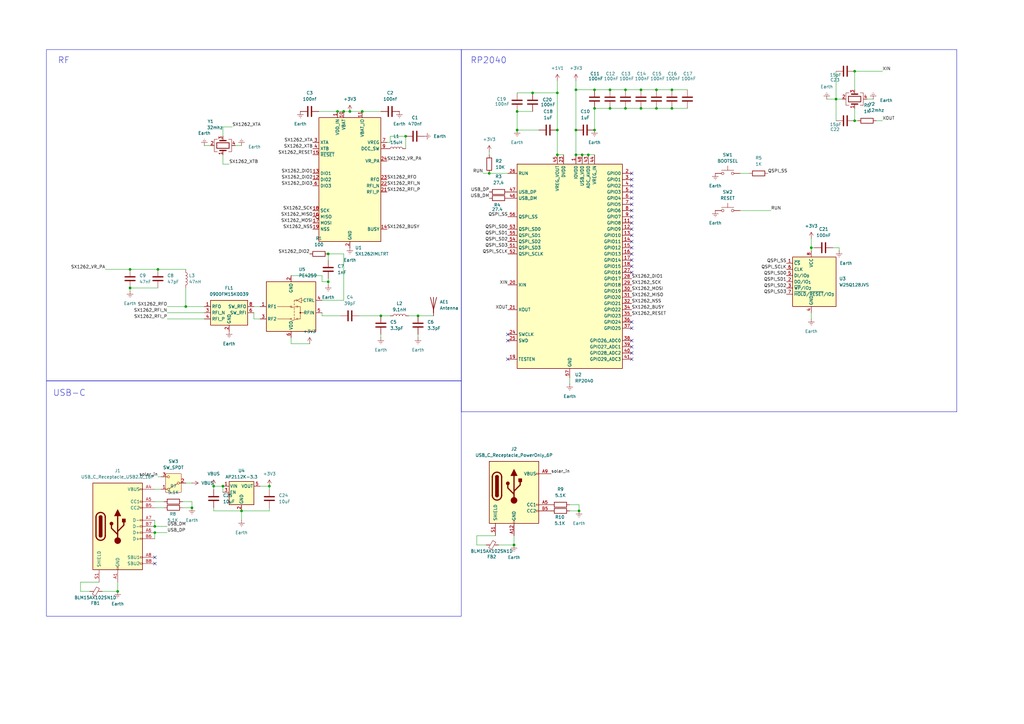
<source format=kicad_sch>
(kicad_sch (version 20250114) (generator "eeschema") (generator_version "9.0")
  (paper "A3")
  (lib_symbols
    (symbol "Connector:USB_C_Receptacle_PowerOnly_6P" (pin_names (offset 1.016))
      (property "Reference" "J" (at 0 16.51 0))
      (property "Value" "USB_C_Receptacle_PowerOnly_6P" (at 0 13.97 0))
      (symbol "USB_C_Receptacle_PowerOnly_6P_1_1"
        (pin passive line (at -7.62 -17.78 90) (length 5.08) (name "SHIELD") (number "S1"))
        (pin passive line (at 0 -17.78 90) (length 5.08) (name "GND") (number "A12"))
        (pin passive line (at 0 -17.78 90) (length 5.08) (hide yes) (name "GND") (number "B12"))
        (pin passive line (at 15.24 7.62 180) (length 5.08) (name "VBUS") (number "A9"))
        (pin passive line (at 15.24 7.62 180) (length 5.08) (hide yes) (name "VBUS") (number "B9"))
        (pin bidirectional line (at 15.24 -5.08 180) (length 5.08) (name "CC1") (number "A5"))
        (pin bidirectional line (at 15.24 -7.62 180) (length 5.08) (name "CC2") (number "B5"))
      )
    )
    (symbol "Connector:USB_C_Receptacle_USB2.0_16P" (pin_names (offset 1.016))
      (property "Reference" "J" (at 0 22.225 0))
      (property "Value" "USB_C_Receptacle_USB2.0_16P" (at 0 19.685 0))
      (symbol "USB_C_Receptacle_USB2.0_16P_1_1"
        (pin passive line (at -7.62 -22.86 90) (length 5.08) (name "SHIELD") (number "S1"))
        (pin passive line (at 0 -22.86 90) (length 5.08) (name "GND") (number "A1"))
        (pin passive line (at 0 -22.86 90) (length 5.08) (hide yes) (name "GND") (number "A12"))
        (pin passive line (at 0 -22.86 90) (length 5.08) (hide yes) (name "GND") (number "B1"))
        (pin passive line (at 0 -22.86 90) (length 5.08) (hide yes) (name "GND") (number "B12"))
        (pin passive line (at 15.24 15.24 180) (length 5.08) (name "VBUS") (number "A4"))
        (pin passive line (at 15.24 15.24 180) (length 5.08) (hide yes) (name "VBUS") (number "A9"))
        (pin passive line (at 15.24 15.24 180) (length 5.08) (hide yes) (name "VBUS") (number "B4"))
        (pin passive line (at 15.24 15.24 180) (length 5.08) (hide yes) (name "VBUS") (number "B9"))
        (pin bidirectional line (at 15.24 10.16 180) (length 5.08) (name "CC1") (number "A5"))
        (pin bidirectional line (at 15.24 7.62 180) (length 5.08) (name "CC2") (number "B5"))
        (pin bidirectional line (at 15.24 2.54 180) (length 5.08) (name "D-") (number "A7"))
        (pin bidirectional line (at 15.24 0 180) (length 5.08) (name "D-") (number "B7"))
        (pin bidirectional line (at 15.24 -2.54 180) (length 5.08) (name "D+") (number "A6"))
        (pin bidirectional line (at 15.24 -5.08 180) (length 5.08) (name "D+") (number "B6"))
        (pin bidirectional line (at 15.24 -12.7 180) (length 5.08) (name "SBU1") (number "A8"))
        (pin bidirectional line (at 15.24 -15.24 180) (length 5.08) (name "SBU2") (number "B8"))
      )
    )
    (symbol "Device:Antenna" (pin_numbers (hide yes)) (pin_names (offset 1.016) (hide yes))
      (property "Reference" "AE" (at -1.905 1.905 0))
      (property "Value" "Antenna" (at -1.905 0 0))
      (symbol "Antenna_1_1"
        (pin input line (at 0 -5.08 90) (length 2.54) (name "A") (number "1"))
      )
    )
    (symbol "Device:C" (pin_numbers (hide yes)) (pin_names (offset 0.254))
      (property "Reference" "C" (at 0.635 2.54 0))
      (property "Value" "C" (at 0.635 -2.54 0))
      (symbol "C_1_1"
        (pin passive line (at 0 3.81 270) (length 2.794) (name "~") (number "1"))
        (pin passive line (at 0 -3.81 90) (length 2.794) (name "~") (number "2"))
      )
    )
    (symbol "Device:Crystal_GND24" (pin_names (offset 1.016) (hide yes))
      (property "Reference" "Y" (at 3.175 5.08 0))
      (property "Value" "Crystal_GND24" (at 3.175 3.175 0))
      (symbol "Crystal_GND24_1_1"
        (pin passive line (at -3.81 0 0) (length 1.27) (name "1") (number "1"))
        (pin passive line (at 0 5.08 270) (length 1.27) (name "2") (number "2"))
        (pin passive line (at 0 -5.08 90) (length 1.27) (name "4") (number "4"))
        (pin passive line (at 3.81 0 180) (length 1.27) (name "3") (number "3"))
      )
    )
    (symbol "Device:FerriteBead_Small" (pin_numbers (hide yes)) (pin_names (offset 0))
      (property "Reference" "FB" (at 1.905 1.27 0))
      (property "Value" "FerriteBead_Small" (at 1.905 -1.27 0))
      (symbol "FerriteBead_Small_1_1"
        (pin passive line (at 0 2.54 270) (length 1.27) (name "~") (number "1"))
        (pin passive line (at 0 -2.54 90) (length 1.27) (name "~") (number "2"))
      )
    )
    (symbol "Device:L" (pin_numbers (hide yes)) (pin_names (offset 1.016) (hide yes))
      (property "Reference" "L" (at -1.27 0 90))
      (property "Value" "L" (at 1.905 0 90))
      (symbol "L_1_1"
        (pin passive line (at 0 3.81 270) (length 1.27) (name "1") (number "1"))
        (pin passive line (at 0 -3.81 90) (length 1.27) (name "2") (number "2"))
      )
    )
    (symbol "Device:R" (pin_numbers (hide yes)) (pin_names (offset 0))
      (property "Reference" "R" (at 2.032 0 90))
      (property "Value" "R" (at 0 0 90))
      (symbol "R_1_1"
        (pin passive line (at 0 3.81 270) (length 1.27) (name "~") (number "1"))
        (pin passive line (at 0 -3.81 90) (length 1.27) (name "~") (number "2"))
      )
    )
    (symbol "Filter:0900FM15K0039"
      (property "Reference" "FL" (at -6.35 -6.35 0))
      (property "Value" "0900FM15K0039" (at 0 6.35 0))
      (symbol "0900FM15K0039_0_0"
        (pin passive line (at -10.16 2.54 0) (length 2.54) (name "RFO") (number "1"))
        (pin passive line (at -10.16 0 0) (length 2.54) (name "RFI_N") (number "3"))
        (pin passive line (at -10.16 -2.54 0) (length 2.54) (name "RFI_P") (number "4"))
        (pin passive line (at 0 -7.62 90) (length 2.54) (hide yes) (name "GND") (number "10"))
        (pin power_in line (at 0 -7.62 90) (length 2.54) (name "GND") (number "2"))
        (pin passive line (at 0 -7.62 90) (length 2.54) (hide yes) (name "GND") (number "5"))
        (pin passive line (at 0 -7.62 90) (length 2.54) (hide yes) (name "GND") (number "7"))
        (pin passive line (at 0 -7.62 90) (length 2.54) (hide yes) (name "GND") (number "9"))
        (pin passive line (at 10.16 2.54 180) (length 2.54) (name "SW_RFO") (number "8"))
        (pin passive line (at 10.16 0 180) (length 2.54) (name "SW_RFI") (number "6"))
      )
    )
    (symbol "MCU_RaspberryPi:RP2040"
      (property "Reference" "U" (at 17.78 45.72 0))
      (property "Value" "RP2040" (at 17.78 43.18 0))
      (symbol "RP2040_1_1"
        (pin input line (at -25.4 38.1 0) (length 3.81) (name "RUN") (number "26"))
        (pin bidirectional line (at -25.4 30.48 0) (length 3.81) (name "USB_DP") (number "47"))
        (pin bidirectional line (at -25.4 27.94 0) (length 3.81) (name "USB_DM") (number "46"))
        (pin bidirectional line (at -25.4 20.32 0) (length 3.81) (name "QSPI_SS") (number "56"))
        (pin bidirectional line (at -25.4 15.24 0) (length 3.81) (name "QSPI_SD0") (number "53"))
        (pin bidirectional line (at -25.4 12.7 0) (length 3.81) (name "QSPI_SD1") (number "55"))
        (pin bidirectional line (at -25.4 10.16 0) (length 3.81) (name "QSPI_SD2") (number "54"))
        (pin bidirectional line (at -25.4 7.62 0) (length 3.81) (name "QSPI_SD3") (number "51"))
        (pin output line (at -25.4 5.08 0) (length 3.81) (name "QSPI_SCLK") (number "52"))
        (pin input line (at -25.4 -7.62 0) (length 3.81) (name "XIN") (number "20"))
        (pin passive line (at -25.4 -17.78 0) (length 3.81) (name "XOUT") (number "21"))
        (pin input line (at -25.4 -27.94 0) (length 3.81) (name "SWCLK") (number "24"))
        (pin bidirectional line (at -25.4 -30.48 0) (length 3.81) (name "SWD") (number "25"))
        (pin input line (at -25.4 -38.1 0) (length 3.81) (name "TESTEN") (number "19"))
        (pin power_out line (at -5.08 45.72 270) (length 3.81) (name "VREG_VOUT") (number "45"))
        (pin power_in line (at -2.54 45.72 270) (length 3.81) (name "DVDD") (number "23"))
        (pin passive line (at -2.54 45.72 270) (length 3.81) (hide yes) (name "DVDD") (number "50"))
        (pin power_in line (at 0 -45.72 90) (length 3.81) (name "GND") (number "57"))
        (pin power_in line (at 2.54 45.72 270) (length 3.81) (name "IOVDD") (number "1"))
        (pin passive line (at 2.54 45.72 270) (length 3.81) (hide yes) (name "IOVDD") (number "10"))
        (pin passive line (at 2.54 45.72 270) (length 3.81) (hide yes) (name "IOVDD") (number "22"))
        (pin passive line (at 2.54 45.72 270) (length 3.81) (hide yes) (name "IOVDD") (number "33"))
        (pin passive line (at 2.54 45.72 270) (length 3.81) (hide yes) (name "IOVDD") (number "42"))
        (pin passive line (at 2.54 45.72 270) (length 3.81) (hide yes) (name "IOVDD") (number "49"))
        (pin power_in line (at 5.08 45.72 270) (length 3.81) (name "USB_VDD") (number "48"))
        (pin power_in line (at 7.62 45.72 270) (length 3.81) (name "ADC_AVDD") (number "43"))
        (pin power_in line (at 10.16 45.72 270) (length 3.81) (name "VREG_IN") (number "44"))
        (pin bidirectional line (at 25.4 38.1 180) (length 3.81) (name "GPIO0") (number "2"))
        (pin bidirectional line (at 25.4 35.56 180) (length 3.81) (name "GPIO1") (number "3"))
        (pin bidirectional line (at 25.4 33.02 180) (length 3.81) (name "GPIO2") (number "4"))
        (pin bidirectional line (at 25.4 30.48 180) (length 3.81) (name "GPIO3") (number "5"))
        (pin bidirectional line (at 25.4 27.94 180) (length 3.81) (name "GPIO4") (number "6"))
        (pin bidirectional line (at 25.4 25.4 180) (length 3.81) (name "GPIO5") (number "7"))
        (pin bidirectional line (at 25.4 22.86 180) (length 3.81) (name "GPIO6") (number "8"))
        (pin bidirectional line (at 25.4 20.32 180) (length 3.81) (name "GPIO7") (number "9"))
        (pin bidirectional line (at 25.4 17.78 180) (length 3.81) (name "GPIO8") (number "11"))
        (pin bidirectional line (at 25.4 15.24 180) (length 3.81) (name "GPIO9") (number "12"))
        (pin bidirectional line (at 25.4 12.7 180) (length 3.81) (name "GPIO10") (number "13"))
        (pin bidirectional line (at 25.4 10.16 180) (length 3.81) (name "GPIO11") (number "14"))
        (pin bidirectional line (at 25.4 7.62 180) (length 3.81) (name "GPIO12") (number "15"))
        (pin bidirectional line (at 25.4 5.08 180) (length 3.81) (name "GPIO13") (number "16"))
        (pin bidirectional line (at 25.4 2.54 180) (length 3.81) (name "GPIO14") (number "17"))
        (pin bidirectional line (at 25.4 0 180) (length 3.81) (name "GPIO15") (number "18"))
        (pin bidirectional line (at 25.4 -2.54 180) (length 3.81) (name "GPIO16") (number "27"))
        (pin bidirectional line (at 25.4 -5.08 180) (length 3.81) (name "GPIO17") (number "28"))
        (pin bidirectional line (at 25.4 -7.62 180) (length 3.81) (name "GPIO18") (number "29"))
        (pin bidirectional line (at 25.4 -10.16 180) (length 3.81) (name "GPIO19") (number "30"))
        (pin bidirectional line (at 25.4 -12.7 180) (length 3.81) (name "GPIO20") (number "31"))
        (pin bidirectional line (at 25.4 -15.24 180) (length 3.81) (name "GPIO21") (number "32"))
        (pin bidirectional line (at 25.4 -17.78 180) (length 3.81) (name "GPIO22") (number "34"))
        (pin bidirectional line (at 25.4 -20.32 180) (length 3.81) (name "GPIO23") (number "35"))
        (pin bidirectional line (at 25.4 -22.86 180) (length 3.81) (name "GPIO24") (number "36"))
        (pin bidirectional line (at 25.4 -25.4 180) (length 3.81) (name "GPIO25") (number "37"))
        (pin bidirectional line (at 25.4 -30.48 180) (length 3.81) (name "GPIO26_ADC0") (number "38"))
        (pin bidirectional line (at 25.4 -33.02 180) (length 3.81) (name "GPIO27_ADC1") (number "39"))
        (pin bidirectional line (at 25.4 -35.56 180) (length 3.81) (name "GPIO28_ADC2") (number "40"))
        (pin bidirectional line (at 25.4 -38.1 180) (length 3.81) (name "GPIO29_ADC3") (number "41"))
      )
    )
    (symbol "Memory_Flash:W25Q128JVS"
      (property "Reference" "U" (at -6.35 11.43 0))
      (property "Value" "W25Q128JVS" (at 7.62 11.43 0))
      (symbol "W25Q128JVS_1_1"
        (pin input line (at -10.16 7.62 0) (length 2.54) (name "~{CS}") (number "1"))
        (pin input line (at -10.16 5.08 0) (length 2.54) (name "CLK") (number "6"))
        (pin bidirectional line (at -10.16 2.54 0) (length 2.54) (name "DI/IO_{0}") (number "5"))
        (pin bidirectional line (at -10.16 0 0) (length 2.54) (name "DO/IO_{1}") (number "2"))
        (pin bidirectional line (at -10.16 -2.54 0) (length 2.54) (name "~{WP}/IO_{2}") (number "3"))
        (pin bidirectional line (at -10.16 -5.08 0) (length 2.54) (name "~{HOLD}/~{RESET}/IO_{3}") (number "7"))
        (pin power_in line (at 0 12.7 270) (length 2.54) (name "VCC") (number "8"))
        (pin power_in line (at 0 -12.7 90) (length 2.54) (name "GND") (number "4"))
      )
    )
    (symbol "RF:SX1262IMLTRT"
      (property "Reference" "U" (at 13.97 24.13 0))
      (property "Value" "SX1262IMLTRT" (at 13.97 21.59 0))
      (symbol "SX1262IMLTRT_1_1"
        (pin bidirectional line (at -15.24 15.24 0) (length 2.54) (name "XTA") (number "3"))
        (pin bidirectional line (at -15.24 12.7 0) (length 2.54) (name "XTB") (number "4"))
        (pin input line (at -15.24 10.16 0) (length 2.54) (name "~{RESET}") (number "15"))
        (pin bidirectional line (at -15.24 2.54 0) (length 2.54) (name "DIO1") (number "13"))
        (pin bidirectional line (at -15.24 0 0) (length 2.54) (name "DIO2") (number "12"))
        (pin bidirectional line (at -15.24 -2.54 0) (length 2.54) (name "DIO3") (number "6"))
        (pin input line (at -15.24 -12.7 0) (length 2.54) (name "SCK") (number "18"))
        (pin tri_state inverted (at -15.24 -15.24 0) (length 2.54) (name "MISO") (number "16"))
        (pin input line (at -15.24 -17.78 0) (length 2.54) (name "MOSI") (number "17"))
        (pin input line (at -15.24 -20.32 0) (length 2.54) (name "NSS") (number "19"))
        (pin power_in line (at -5.08 27.94 270) (length 2.54) (name "VDD_IN") (number "1"))
        (pin power_in line (at -2.54 27.94 270) (length 2.54) (name "VBAT") (number "10"))
        (pin power_in line (at 0 -27.94 90) (length 2.54) (name "GND") (number "2"))
        (pin passive line (at 0 -27.94 90) (length 2.54) (hide yes) (name "GND") (number "20"))
        (pin passive line (at 0 -27.94 90) (length 2.54) (hide yes) (name "GND") (number "25"))
        (pin passive line (at 0 -27.94 90) (length 2.54) (hide yes) (name "GND") (number "5"))
        (pin passive line (at 0 -27.94 90) (length 2.54) (hide yes) (name "GND") (number "8"))
        (pin power_in line (at 5.08 27.94 270) (length 2.54) (name "VBAT_IO") (number "11"))
        (pin power_out line (at 15.24 15.24 180) (length 2.54) (name "VREG") (number "7"))
        (pin power_out line (at 15.24 12.7 180) (length 2.54) (name "DCC_SW") (number "9"))
        (pin power_out line (at 15.24 7.62 180) (length 2.54) (name "VR_PA") (number "24"))
        (pin output line (at 15.24 0 180) (length 2.54) (name "RFO") (number "23"))
        (pin input line (at 15.24 -2.54 180) (length 2.54) (name "RFI_N") (number "22"))
        (pin input line (at 15.24 -5.08 180) (length 2.54) (name "RFI_P") (number "21"))
        (pin output line (at 15.24 -20.32 180) (length 2.54) (name "BUSY") (number "14"))
      )
    )
    (symbol "RF_Switch:BGS12WN6E6327"
      (property "Reference" "U5" (at -3.1181 -15.24 0))
      (property "Value" "BGS12WN6E6327" (at -3.1181 -12.7 0))
      (symbol "BGS12WN6E6327_1_1"
        (pin passive line (at -12.7 2.54 0) (length 2.54) (name "RFIN") (number "5"))
        (pin input line (at -12.7 -2.54 0) (length 2.54) (name "CTRL") (number "4"))
        (pin power_in line (at 0 12.7 270) (length 2.54) (name "VDD") (number "6"))
        (pin power_in line (at 0 -12.7 90) (length 2.54) (name "GND") (number "2"))
        (pin passive line (at 12.7 5.08 180) (length 2.54) (name "RF2") (number "3"))
        (pin passive line (at 12.7 0 180) (length 2.54) (name "RF1") (number "1"))
      )
    )
    (symbol "Regulator_Linear:AP2112K-3.3" (pin_names (offset 0.254))
      (property "Reference" "U" (at -5.08 5.715 0))
      (property "Value" "AP2112K-3.3" (at 0 5.715 0))
      (symbol "AP2112K-3.3_1_1"
        (pin power_in line (at -7.62 2.54 0) (length 2.54) (name "VIN") (number "1"))
        (pin input line (at -7.62 0 0) (length 2.54) (name "EN") (number "3"))
        (pin power_in line (at 0 -7.62 90) (length 2.54) (name "GND") (number "2"))
        (pin no_connect line (at 5.08 0 180) (length 2.54) (hide yes) (name "NC") (number "4"))
        (pin power_out line (at 7.62 2.54 180) (length 2.54) (name "VOUT") (number "5"))
      )
    )
    (symbol "Switch:SW_Push" (pin_numbers (hide yes)) (pin_names (offset 1.016) (hide yes))
      (property "Reference" "SW" (at 1.27 2.54 0))
      (property "Value" "SW_Push" (at 0 -1.524 0))
      (symbol "SW_Push_0_1"
        (pin passive line (at -5.08 0 0) (length 2.54) (name "1") (number "1"))
        (pin passive line (at 5.08 0 180) (length 2.54) (name "2") (number "2"))
      )
    )
    (symbol "Switch:SW_SPDT" (pin_names (offset 0) (hide yes))
      (property "Reference" "SW3" (at 0 -8.89 0))
      (property "Value" "SW_SPDT" (at 0 -6.35 0))
      (symbol "SW_SPDT_1_1"
        (pin passive line (at -5.08 0 0) (length 2.54) (name "B") (number "2"))
        (pin passive line (at 5.08 2.54 180) (length 2.54) (name "A") (number "1"))
        (pin passive line (at 5.08 -2.54 180) (length 2.54) (name "C") (number "3"))
      )
    )
    (symbol "power:+1V1" (power) (pin_numbers (hide yes)) (pin_names (offset 0) (hide yes))
      (property "Value" "+1V1" (at 0 3.556 0))
      (symbol "+1V1_1_1"
        (pin power_in line (at 0 0 90) (length 0) (name "~") (number "1"))
      )
    )
    (symbol "power:+3V3" (power) (pin_numbers (hide yes)) (pin_names (offset 0) (hide yes))
      (property "Value" "+3V3" (at 0 3.556 0))
      (symbol "+3V3_1_1"
        (pin power_in line (at 0 0 90) (length 0) (name "~") (number "1"))
      )
    )
    (symbol "power:Earth" (power) (pin_numbers (hide yes)) (pin_names (offset 0) (hide yes))
      (property "Value" "Earth" (at 0 -3.81 0))
      (symbol "Earth_1_1"
        (pin power_in line (at 0 0 270) (length 0) (name "~") (number "1"))
      )
    )
    (symbol "power:VBUS" (power) (pin_numbers (hide yes)) (pin_names (offset 0) (hide yes))
      (property "Value" "VBUS" (at 0 3.556 0))
      (symbol "VBUS_1_1"
        (pin power_in line (at 0 0 90) (length 0) (name "~") (number "1"))
      )
    )
  )
  (rectangle (start 19.05 20.32) (end 189.23 156.21))
  (rectangle (start 189.23 20.32) (end 392.43 168.91))
  (rectangle (start 19.05 156.21) (end 189.23 252.73))
  (text "USB-C\n" (at 28.448 161.29 0) (effects (font (size 2.54 2.54))))
  (text "RF\n\n" (at 26.162 26.924 0) (effects (font (size 2.54 2.54))))
  (text "RP2040\n" (at 200.406 24.892 0) (effects (font (size 2.54 2.54))))
  (junction (at 99.06 209.55))
  (junction (at 228.6 53.34))
  (junction (at 210.82 223.52))
  (junction (at 262.89 36.83))
  (junction (at 48.26 242.57))
  (junction (at 243.84 44.45))
  (junction (at 134.62 115.57))
  (junction (at 148.59 45.72))
  (junction (at 262.89 44.45))
  (junction (at 350.52 49.53))
  (junction (at 143.51 45.72))
  (junction (at 63.5 218.44))
  (junction (at 110.49 199.39))
  (junction (at 140.97 45.72))
  (junction (at 228.6 63.5))
  (junction (at 350.52 29.21))
  (junction (at 275.59 44.45))
  (junction (at 269.24 36.83))
  (junction (at 238.76 63.5))
  (junction (at 76.2 125.73))
  (junction (at 256.54 44.45))
  (junction (at 134.62 104.14))
  (junction (at 64.77 110.49))
  (junction (at 53.34 110.49))
  (junction (at 236.22 63.5))
  (junction (at 275.59 36.83))
  (junction (at 91.44 199.39))
  (junction (at 250.19 36.83))
  (junction (at 243.84 36.83))
  (junction (at 218.44 38.1))
  (junction (at 87.63 199.39))
  (junction (at 156.21 129.54))
  (junction (at 53.34 118.11))
  (junction (at 166.37 55.88))
  (junction (at 138.43 45.72))
  (junction (at 171.45 129.54))
  (junction (at 237.49 209.55))
  (junction (at 241.3 63.5))
  (junction (at 243.84 53.34))
  (junction (at 250.19 44.45))
  (junction (at 212.09 53.34))
  (junction (at 269.24 44.45))
  (junction (at 332.74 101.6))
  (junction (at 256.54 36.83))
  (junction (at 200.66 71.12))
  (junction (at 63.5 215.9))
  (junction (at 342.9 40.64))
  (junction (at 236.22 36.83))
  (junction (at 228.6 38.1))
  (junction (at 212.09 45.72))
  (junction (at 78.74 208.28))
  (junction (at 236.22 53.34))
  (no_connect (at 259.08 104.14))
  (no_connect (at 259.08 106.68))
  (no_connect (at 259.08 111.76))
  (no_connect (at 259.08 93.98))
  (no_connect (at 259.08 139.7))
  (no_connect (at 208.28 147.32))
  (no_connect (at 259.08 99.06))
  (no_connect (at 259.08 81.28))
  (no_connect (at 259.08 88.9))
  (no_connect (at 259.08 147.32))
  (no_connect (at 259.08 86.36))
  (no_connect (at 259.08 134.62))
  (no_connect (at 63.5 231.14))
  (no_connect (at 208.28 137.16))
  (no_connect (at 259.08 76.2))
  (no_connect (at 259.08 109.22))
  (no_connect (at 259.08 73.66))
  (no_connect (at 63.5 228.6))
  (no_connect (at 259.08 83.82))
  (no_connect (at 259.08 132.08))
  (no_connect (at 259.08 96.52))
  (no_connect (at 259.08 144.78))
  (no_connect (at 259.08 91.44))
  (no_connect (at 259.08 142.24))
  (no_connect (at 208.28 139.7))
  (no_connect (at 259.08 71.12))
  (no_connect (at 259.08 101.6))
  (no_connect (at 259.08 78.74))
  (wire (pts (xy 275.59 36.83) (xy 269.24 36.83)))
  (wire (pts (xy 138.43 45.72) (xy 140.97 45.72)))
  (wire (pts (xy 91.44 67.31) (xy 91.44 63.5)))
  (wire (pts (xy 195.58 223.52) (xy 199.39 223.52)))
  (wire (pts (xy 43.18 110.49) (xy 53.34 110.49)))
  (wire (pts (xy 63.5 215.9) (xy 68.58 215.9)))
  (wire (pts (xy 195.58 219.71) (xy 195.58 223.52)))
  (wire (pts (xy 236.22 36.83) (xy 236.22 53.34)))
  (wire (pts (xy 212.09 38.1) (xy 218.44 38.1)))
  (wire (pts (xy 350.52 44.45) (xy 350.52 49.53)))
  (wire (pts (xy 228.6 33.02) (xy 228.6 38.1)))
  (wire (pts (xy 228.6 63.5) (xy 231.14 63.5)))
  (wire (pts (xy 339.09 40.64) (xy 342.9 40.64)))
  (wire (pts (xy 68.58 130.81) (xy 83.82 130.81)))
  (wire (pts (xy 53.34 118.11) (xy 53.34 119.38)))
  (wire (pts (xy 203.2 219.71) (xy 195.58 219.71)))
  (wire (pts (xy 87.63 199.39) (xy 87.63 200.66)))
  (wire (pts (xy 256.54 36.83) (xy 250.19 36.83)))
  (wire (pts (xy 160.02 55.88) (xy 166.37 55.88)))
  (wire (pts (xy 33.02 242.57) (xy 36.83 242.57)))
  (wire (pts (xy 40.64 238.76) (xy 33.02 238.76)))
  (wire (pts (xy 134.62 115.57) (xy 134.62 114.3)))
  (wire (pts (xy 99.06 209.55) (xy 99.06 213.36)))
  (wire (pts (xy 134.62 116.84) (xy 134.62 115.57)))
  (wire (pts (xy 250.19 36.83) (xy 243.84 36.83)))
  (wire (pts (xy 204.47 223.52) (xy 210.82 223.52)))
  (wire (pts (xy 87.63 199.39) (xy 91.44 199.39)))
  (wire (pts (xy 53.34 118.11) (xy 64.77 118.11)))
  (wire (pts (xy 344.17 102.87) (xy 344.17 101.6)))
  (wire (pts (xy 93.98 67.31) (xy 91.44 67.31)))
  (wire (pts (xy 140.97 123.19) (xy 140.97 104.14)))
  (wire (pts (xy 87.63 208.28) (xy 87.63 209.55)))
  (wire (pts (xy 359.41 49.53) (xy 361.95 49.53)))
  (wire (pts (xy 243.84 44.45) (xy 250.19 44.45)))
  (wire (pts (xy 212.09 45.72) (xy 218.44 45.72)))
  (wire (pts (xy 74.93 205.74) (xy 78.74 205.74)))
  (wire (pts (xy 262.89 44.45) (xy 269.24 44.45)))
  (wire (pts (xy 200.66 62.23) (xy 200.66 63.5)))
  (wire (pts (xy 350.52 29.21) (xy 361.95 29.21)))
  (wire (pts (xy 198.12 71.12) (xy 200.66 71.12)))
  (wire (pts (xy 281.94 36.83) (xy 275.59 36.83)))
  (wire (pts (xy 171.45 137.16) (xy 171.45 138.43)))
  (wire (pts (xy 140.97 45.72) (xy 143.51 45.72)))
  (wire (pts (xy 78.74 205.74) (xy 78.74 208.28)))
  (wire (pts (xy 63.5 218.44) (xy 63.5 220.98)))
  (wire (pts (xy 262.89 36.83) (xy 256.54 36.83)))
  (wire (pts (xy 355.6 40.64) (xy 358.14 40.64)))
  (wire (pts (xy 243.84 36.83) (xy 236.22 36.83)))
  (wire (pts (xy 236.22 53.34) (xy 236.22 63.5)))
  (wire (pts (xy 110.49 209.55) (xy 99.06 209.55)))
  (wire (pts (xy 64.77 195.58) (xy 66.04 195.58)))
  (wire (pts (xy 132.08 123.19) (xy 140.97 123.19)))
  (wire (pts (xy 342.9 40.64) (xy 342.9 49.53)))
  (wire (pts (xy 110.49 208.28) (xy 110.49 209.55)))
  (wire (pts (xy 269.24 36.83) (xy 262.89 36.83)))
  (wire (pts (xy 228.6 53.34) (xy 228.6 63.5)))
  (wire (pts (xy 303.53 71.12) (xy 307.34 71.12)))
  (wire (pts (xy 350.52 29.21) (xy 350.52 36.83)))
  (wire (pts (xy 243.84 44.45) (xy 243.84 53.34)))
  (wire (pts (xy 332.74 97.79) (xy 332.74 101.6)))
  (wire (pts (xy 132.08 115.57) (xy 134.62 115.57)))
  (wire (pts (xy 63.5 200.66) (xy 66.04 200.66)))
  (wire (pts (xy 96.52 59.69) (xy 99.06 59.69)))
  (wire (pts (xy 342.9 29.21) (xy 342.9 40.64)))
  (wire (pts (xy 64.77 110.49) (xy 76.2 110.49)))
  (wire (pts (xy 166.37 55.88) (xy 166.37 60.96)))
  (wire (pts (xy 250.19 44.45) (xy 256.54 44.45)))
  (wire (pts (xy 147.32 129.54) (xy 156.21 129.54)))
  (wire (pts (xy 269.24 44.45) (xy 275.59 44.45)))
  (wire (pts (xy 228.6 38.1) (xy 218.44 38.1)))
  (wire (pts (xy 119.38 140.97) (xy 119.38 138.43)))
  (wire (pts (xy 350.52 49.53) (xy 351.79 49.53)))
  (wire (pts (xy 63.5 208.28) (xy 67.31 208.28)))
  (wire (pts (xy 237.49 207.01) (xy 237.49 209.55)))
  (wire (pts (xy 233.68 207.01) (xy 237.49 207.01)))
  (wire (pts (xy 332.74 101.6) (xy 332.74 102.87)))
  (wire (pts (xy 41.91 242.57) (xy 48.26 242.57)))
  (wire (pts (xy 104.14 125.73) (xy 106.68 125.73)))
  (wire (pts (xy 233.68 209.55) (xy 237.49 209.55)))
  (wire (pts (xy 74.93 208.28) (xy 78.74 208.28)))
  (wire (pts (xy 236.22 33.02) (xy 236.22 36.83)))
  (wire (pts (xy 110.49 200.66) (xy 110.49 199.39)))
  (wire (pts (xy 104.14 130.81) (xy 104.14 128.27)))
  (wire (pts (xy 63.5 218.44) (xy 68.58 218.44)))
  (wire (pts (xy 127 140.97) (xy 119.38 140.97)))
  (wire (pts (xy 134.62 104.14) (xy 140.97 104.14)))
  (wire (pts (xy 238.76 63.5) (xy 241.3 63.5)))
  (wire (pts (xy 87.63 209.55) (xy 99.06 209.55)))
  (wire (pts (xy 68.58 128.27) (xy 83.82 128.27)))
  (wire (pts (xy 241.3 63.5) (xy 243.84 63.5)))
  (wire (pts (xy 33.02 238.76) (xy 33.02 242.57)))
  (wire (pts (xy 130.81 45.72) (xy 138.43 45.72)))
  (wire (pts (xy 342.9 40.64) (xy 345.44 40.64)))
  (wire (pts (xy 341.63 101.6) (xy 344.17 101.6)))
  (wire (pts (xy 228.6 38.1) (xy 228.6 53.34)))
  (wire (pts (xy 160.02 58.42) (xy 160.02 55.88)))
  (wire (pts (xy 91.44 52.07) (xy 91.44 55.88)))
  (wire (pts (xy 156.21 129.54) (xy 160.02 129.54)))
  (wire (pts (xy 132.08 113.03) (xy 132.08 115.57)))
  (wire (pts (xy 68.58 125.73) (xy 76.2 125.73)))
  (wire (pts (xy 91.44 199.39) (xy 91.44 201.93)))
  (wire (pts (xy 210.82 219.71) (xy 210.82 223.52)))
  (wire (pts (xy 48.26 238.76) (xy 48.26 242.57)))
  (wire (pts (xy 95.25 52.07) (xy 91.44 52.07)))
  (wire (pts (xy 233.68 154.94) (xy 233.68 157.48)))
  (wire (pts (xy 212.09 53.34) (xy 220.98 53.34)))
  (wire (pts (xy 316.23 86.36) (xy 303.53 86.36)))
  (wire (pts (xy 148.59 45.72) (xy 156.21 45.72)))
  (wire (pts (xy 53.34 110.49) (xy 64.77 110.49)))
  (wire (pts (xy 332.74 128.27) (xy 332.74 130.81)))
  (wire (pts (xy 158.75 58.42) (xy 160.02 58.42)))
  (wire (pts (xy 119.38 113.03) (xy 132.08 113.03)))
  (wire (pts (xy 200.66 71.12) (xy 208.28 71.12)))
  (wire (pts (xy 63.5 205.74) (xy 67.31 205.74)))
  (wire (pts (xy 139.7 129.54) (xy 132.08 129.54)))
  (wire (pts (xy 134.62 104.14) (xy 134.62 106.68)))
  (wire (pts (xy 143.51 45.72) (xy 148.59 45.72)))
  (wire (pts (xy 63.5 213.36) (xy 63.5 215.9)))
  (wire (pts (xy 167.64 129.54) (xy 171.45 129.54)))
  (wire (pts (xy 76.2 198.12) (xy 78.74 198.12)))
  (wire (pts (xy 106.68 199.39) (xy 110.49 199.39)))
  (wire (pts (xy 275.59 44.45) (xy 281.94 44.45)))
  (wire (pts (xy 106.68 130.81) (xy 104.14 130.81)))
  (wire (pts (xy 256.54 44.45) (xy 262.89 44.45)))
  (wire (pts (xy 236.22 63.5) (xy 238.76 63.5)))
  (wire (pts (xy 156.21 137.16) (xy 156.21 138.43)))
  (wire (pts (xy 132.08 129.54) (xy 132.08 128.27)))
  (wire (pts (xy 76.2 118.11) (xy 76.2 125.73)))
  (wire (pts (xy 171.45 129.54) (xy 177.8 129.54)))
  (wire (pts (xy 212.09 45.72) (xy 212.09 53.34)))
  (wire (pts (xy 76.2 125.73) (xy 83.82 125.73)))
  (wire (pts (xy 83.82 59.69) (xy 86.36 59.69)))
  (wire (pts (xy 332.74 101.6) (xy 334.01 101.6)))
  (label "SX1262_VR_PA" (at 43.18 110.49 180))
  (label "RUN" (at 316.23 86.36 0))
  (label "SX1262_DIO2" (at 127 104.14 180))
  (label "SX1262_DIO1" (at 128.27 71.12 180))
  (label "SX1262_XTA" (at 128.27 58.42 180))
  (label "XIN" (at 208.28 116.84 180))
  (label "QSPI_SCLK" (at 322.58 110.49 180))
  (label "QSPI_SD1" (at 208.28 96.52 180))
  (label "QSPI_SS" (at 208.28 88.9 180))
  (label "SX1262_BUSY" (at 259.08 127 0))
  (label "SX1262_RESET" (at 259.08 129.54 0))
  (label "SX1262_SCK" (at 128.27 86.36 180))
  (label "QSPI_SD2" (at 208.28 99.06 180))
  (label "SX1262_RFI_N" (at 68.58 128.27 180))
  (label "XOUT" (at 208.28 127 180))
  (label "USB_DP" (at 200.66 78.74 180))
  (label "SX1262_MOSI" (at 128.27 91.44 180))
  (label "USB_DP" (at 68.58 218.44 0))
  (label "QSPI_SD3" (at 322.58 120.65 180))
  (label "QSPI_SD2" (at 322.58 118.11 180))
  (label "SX1262_BUSY" (at 158.75 93.98 0))
  (label "QSPI_SD3" (at 208.28 101.6 180))
  (label "QSPI_SCLK" (at 208.28 104.14 180))
  (label "SX1262_XTB" (at 93.98 67.31 0))
  (label "SX1262_MISO" (at 259.08 121.92 0))
  (label "SX1262_MOSI" (at 259.08 119.38 0))
  (label "QSPI_SS" (at 314.96 71.12 0))
  (label "XIN" (at 361.95 29.21 0))
  (label "SX1262_DIO3" (at 128.27 76.2 180))
  (label "SX1262_SCK" (at 259.08 116.84 0))
  (label "SX1262_RFI_P" (at 158.75 78.74 0))
  (label "QSPI_SD1" (at 322.58 115.57 180))
  (label "QSPI_SD0" (at 208.28 93.98 180))
  (label "USB_DM" (at 200.66 81.28 180))
  (label "QSPI_SS" (at 322.58 107.95 180))
  (label "SX1262_DIO1" (at 259.08 114.3 0))
  (label "SX1262_NSS" (at 259.08 124.46 0))
  (label "USB_DM" (at 68.58 215.9 0))
  (label "SX1262_RESET" (at 128.27 63.5 180))
  (label "solar_in" (at 64.77 195.58 180))
  (label "SX1262_DIO2" (at 128.27 73.66 180))
  (label "SX1262_RFI_N" (at 158.75 76.2 0))
  (label "SX1262_MISO" (at 128.27 88.9 180))
  (label "SX1262_NSS" (at 128.27 93.98 180))
  (label "QSPI_SD0" (at 322.58 113.03 180))
  (label "solar_in" (at 226.06 194.31 0))
  (label "SX1262_XTA" (at 95.25 52.07 0))
  (label "RUN" (at 198.12 71.12 180))
  (label "SX1262_RFO" (at 68.58 125.73 180))
  (label "SX1262_RFO" (at 158.75 73.66 0))
  (label "SX1262_XTB" (at 128.27 60.96 180))
  (label "SX1262_RFI_P" (at 68.58 130.81 180))
  (label "XOUT" (at 361.95 49.53 0))
  (label "SX1262_VR_PA" (at 158.75 66.04 0))
  (symbol (lib_id "Device:FerriteBead_Small") (at 201.93 223.52 90) (unit 1)
    (property "Reference" "FB2" (at 201.676 228.346 90))
    (property "Value" "BLM15AX102SN1D" (at 201.676 226.06 90))
    (property "Footprint" "Inductor_SMD:L_0402_1005Metric" (effects (hide yes)))
    (property "Description" "Ferrite bead, small symbol" (effects (hide yes)))
  )
  (symbol (lib_id "Device:C") (at 170.18 55.88 270) (unit 1)
    (property "Reference" "C1" (at 170.18 48.26 90))
    (property "Value" "470nf" (at 170.18 50.8 90))
    (property "Footprint" "Capacitor_SMD:C_0402_1005Metric" (effects (hide yes)))
    (property "Description" "Unpolarized capacitor" (effects (hide yes)))
  )
  (symbol (lib_id "Device:R") (at 130.81 104.14 90) (unit 1)
    (property "Reference" "R1" (at 130.81 97.79 90))
    (property "Value" "100" (at 130.81 100.33 90))
    (property "Footprint" "Resistor_SMD:R_0402_1005Metric" (effects (hide yes)))
    (property "Description" "Resistor" (effects (hide yes)))
  )
  (symbol (lib_id "power:Earth") (at 123.19 45.72 0) (unit 1)
    (property "Reference" "#PWR04" (effects (hide yes)))
    (property "Value" "Earth" (at 123.19 50.8 0))
    (property "Description" "Power symbol creates a global label with name \"Earth\"" (effects (hide yes)))
  )
  (symbol (lib_id "power:Earth") (at 83.82 59.69 180) (unit 1)
    (property "Reference" "#PWR07" (effects (hide yes)))
    (property "Value" "Earth" (at 83.82 54.61 0))
    (property "Description" "Power symbol creates a global label with name \"Earth\"" (effects (hide yes)))
  )
  (symbol (lib_id "power:Earth") (at 237.49 209.55 0) (unit 1)
    (property "Reference" "#PWR033" (effects (hide yes)))
    (property "Value" "Earth" (at 237.49 214.63 0))
    (property "Description" "Power symbol creates a global label with name \"Earth\"" (effects (hide yes)))
  )
  (symbol (lib_id "Device:C") (at 218.44 41.91 0) (unit 1)
    (property "Reference" "C20" (at 222.504 40.894 0) (effects (justify left)))
    (property "Value" "100nF" (at 221.742 42.926 0) (effects (justify left)))
    (property "Footprint" "Capacitor_SMD:C_0402_1005Metric" (effects (hide yes)))
    (property "Description" "Unpolarized capacitor" (effects (hide yes)))
  )
  (symbol (lib_id "power:Earth") (at 358.14 40.64 180) (unit 1)
    (property "Reference" "#PWR025" (effects (hide yes)))
    (property "Value" "Earth" (at 363.474 41.148 0))
    (property "Description" "Power symbol creates a global label with name \"Earth\"" (effects (hide yes)))
  )
  (symbol (lib_id "MCU_RaspberryPi:RP2040") (at 233.68 109.22 0) (unit 1)
    (property "Reference" "U2" (at 235.8233 153.67 0) (effects (justify left)))
    (property "Value" "RP2040" (at 235.8233 156.21 0) (effects (justify left)))
    (property "Footprint" "Package_DFN_QFN:QFN-56-1EP_7x7mm_P0.4mm_EP3.2x3.2mm" (effects (hide yes)))
    (property "Datasheet" "https://datasheets.raspberrypi.com/rp2040/rp2040-datasheet.pdf" (effects (hide yes)))
    (property "Description" "A microcontroller by Raspberry Pi" (effects (hide yes)))
  )
  (symbol (lib_id "Device:R") (at 229.87 207.01 90) (unit 1)
    (property "Reference" "R9" (at 229.87 200.66 90))
    (property "Value" "5.1K" (at 229.87 203.2 90))
    (property "Footprint" "Resistor_SMD:R_0402_1005Metric" (effects (hide yes)))
    (property "Description" "Resistor" (effects (hide yes)))
  )
  (symbol (lib_id "power:Earth") (at 48.26 242.57 0) (unit 1)
    (property "Reference" "#PWR026" (effects (hide yes)))
    (property "Value" "Earth" (at 48.26 247.65 0))
    (property "Description" "Power symbol creates a global label with name \"Earth\"" (effects (hide yes)))
  )
  (symbol (lib_id "power:+3V3") (at 236.22 33.02 0) (unit 1)
    (property "Reference" "#PWR016" (effects (hide yes)))
    (property "Value" "+3V3" (at 236.22 27.94 0))
    (property "Description" "Power symbol creates a global label with name \"+3V3\"" (effects (hide yes)))
  )
  (symbol (lib_id "power:+1V1") (at 228.6 33.02 0) (unit 1)
    (property "Reference" "#PWR018" (effects (hide yes)))
    (property "Value" "+1V1" (at 228.6 27.94 0))
    (property "Description" "Power symbol creates a global label with name \"+1V1\"" (effects (hide yes)))
  )
  (symbol (lib_id "power:Earth") (at 344.17 102.87 0) (unit 1)
    (property "Reference" "#PWR022" (effects (hide yes)))
    (property "Value" "Earth" (at 346.964 107.95 0))
    (property "Description" "Power symbol creates a global label with name \"Earth\"" (effects (hide yes)))
  )
  (symbol (lib_id "Device:C") (at 64.77 114.3 0) (unit 1)
    (property "Reference" "C8" (at 68.58 113.0299 0) (effects (justify left)))
    (property "Value" "47pF" (at 68.58 115.5699 0) (effects (justify left)))
    (property "Footprint" "Capacitor_SMD:C_0402_1005Metric" (effects (hide yes)))
    (property "Description" "Unpolarized capacitor" (effects (hide yes)))
  )
  (symbol (lib_id "power:Earth") (at 293.37 86.36 0) (unit 1)
    (property "Reference" "#PWR020" (effects (hide yes)))
    (property "Value" "Earth" (at 293.37 91.44 0))
    (property "Description" "Power symbol creates a global label with name \"Earth\"" (effects (hide yes)))
  )
  (symbol (lib_id "Device:L") (at 163.83 129.54 90) (unit 1)
    (property "Reference" "L2" (at 163.83 124.46 90))
    (property "Value" "9.1nH" (at 163.83 127 90))
    (property "Footprint" "Inductor_SMD:L_0402_1005Metric" (effects (hide yes)))
    (property "Description" "Inductor" (effects (hide yes)))
  )
  (symbol (lib_id "Device:C") (at 240.03 53.34 90) (unit 1)
    (property "Reference" "C10" (at 240.03 45.72 90))
    (property "Value" "1uF" (at 240.03 48.26 90))
    (property "Footprint" "Capacitor_SMD:C_0402_1005Metric" (effects (hide yes)))
    (property "Description" "Unpolarized capacitor" (effects (hide yes)))
  )
  (symbol (lib_id "Device:Crystal_GND24") (at 350.52 40.64 90) (unit 1)
    (property "Reference" "Y2" (at 357.632 42.672 90))
    (property "Value" "12mhz" (at 359.41 45.212 90))
    (property "Footprint" "Crystal:Crystal_SMD_Abracon_ABM8G-4Pin_3.2x2.5mm" (effects (hide yes)))
    (property "Description" "Four pin crystal, GND on pins 2 and 4" (effects (hide yes)))
  )
  (symbol (lib_id "Device:C") (at 143.51 129.54 90) (unit 1)
    (property "Reference" "C4" (at 143.51 121.92 90))
    (property "Value" "39pF" (at 143.51 124.46 90))
    (property "Footprint" "Capacitor_SMD:C_0402_1005Metric" (effects (hide yes)))
    (property "Description" "Unpolarized capacitor" (effects (hide yes)))
  )
  (symbol (lib_id "power:Earth") (at 134.62 116.84 0) (unit 1)
    (property "Reference" "#PWR010" (effects (hide yes)))
    (property "Value" "Earth" (at 134.62 121.92 0))
    (property "Description" "Power symbol creates a global label with name \"Earth\"" (effects (hide yes)))
  )
  (symbol (lib_id "power:Earth") (at 156.21 138.43 0) (unit 1)
    (property "Reference" "#PWR08" (effects (hide yes)))
    (property "Value" "Earth" (at 156.21 143.51 0))
    (property "Description" "Power symbol creates a global label with name \"Earth\"" (effects (hide yes)))
  )
  (symbol (lib_id "Device:C") (at 337.82 101.6 90) (unit 1)
    (property "Reference" "C21" (at 337.82 93.98 90))
    (property "Value" "100nF" (at 337.82 96.52 90))
    (property "Footprint" "Capacitor_SMD:C_0402_1005Metric" (effects (hide yes)))
    (property "Description" "Unpolarized capacitor" (effects (hide yes)))
  )
  (symbol (lib_id "power:Earth") (at 99.06 59.69 180) (unit 1)
    (property "Reference" "#PWR06" (effects (hide yes)))
    (property "Value" "Earth" (at 104.394 60.198 0))
    (property "Description" "Power symbol creates a global label with name \"Earth\"" (effects (hide yes)))
  )
  (symbol (lib_id "power:+3V3") (at 200.66 62.23 0) (unit 1)
    (property "Reference" "#PWR014" (effects (hide yes)))
    (property "Value" "+3V3" (at 200.66 57.15 0))
    (property "Description" "Power symbol creates a global label with name \"+3V3\"" (effects (hide yes)))
  )
  (symbol (lib_id "Device:C") (at 87.63 204.47 0) (unit 1)
    (property "Reference" "C25" (at 91.44 203.1999 0) (effects (justify left)))
    (property "Value" "10uF" (at 91.44 205.7399 0) (effects (justify left)))
    (property "Footprint" "Capacitor_SMD:C_0402_1005Metric" (effects (hide yes)))
    (property "Description" "Unpolarized capacitor" (effects (hide yes)))
  )
  (symbol (lib_id "Device:L") (at 162.56 60.96 90) (unit 1)
    (property "Reference" "L1" (at 162.56 55.88 90))
    (property "Value" "15uH" (at 162.56 58.42 90))
    (property "Footprint" "Inductor_SMD:L_0402_1005Metric" (effects (hide yes)))
    (property "Description" "Inductor" (effects (hide yes)))
  )
  (symbol (lib_id "power:+3V3") (at 110.49 199.39 0) (unit 1)
    (property "Reference" "#PWR030" (effects (hide yes)))
    (property "Value" "+3V3" (at 110.49 194.31 0))
    (property "Description" "Power symbol creates a global label with name \"+3V3\"" (effects (hide yes)))
  )
  (symbol (lib_id "Switch:SW_SPDT") (at 71.12 198.12 180) (unit 1)
    (property "Reference" "SW3" (at 71.12 189.23 0))
    (property "Value" "SW_SPDT" (at 71.12 191.77 0))
    (property "Footprint" "Button_Switch_SMD:SW_SPDT_CK_JS102011SAQN" (effects (hide yes)))
    (property "Description" "Switch, single pole double throw" (effects (hide yes)))
  )
  (symbol (lib_id "Device:C") (at 269.24 40.64 0) (unit 1)
    (property "Reference" "C15" (at 267.462 30.226 0) (effects (justify left)))
    (property "Value" "100nF" (at 266.7 32.258 0) (effects (justify left)))
    (property "Footprint" "Capacitor_SMD:C_0402_1005Metric" (effects (hide yes)))
    (property "Description" "Unpolarized capacitor" (effects (hide yes)))
  )
  (symbol (lib_id "power:Earth") (at 53.34 119.38 0) (unit 1)
    (property "Reference" "#PWR012" (effects (hide yes)))
    (property "Value" "Earth" (at 53.34 124.46 0))
    (property "Description" "Power symbol creates a global label with name \"Earth\"" (effects (hide yes)))
  )
  (symbol (lib_id "power:Earth") (at 78.74 208.28 0) (unit 1)
    (property "Reference" "#PWR027" (effects (hide yes)))
    (property "Value" "Earth" (at 78.74 213.36 0))
    (property "Description" "Power symbol creates a global label with name \"Earth\"" (effects (hide yes)))
  )
  (symbol (lib_id "power:Earth") (at 293.37 71.12 0) (unit 1)
    (property "Reference" "#PWR019" (effects (hide yes)))
    (property "Value" "Earth" (at 293.37 76.2 0))
    (property "Description" "Power symbol creates a global label with name \"Earth\"" (effects (hide yes)))
  )
  (symbol (lib_id "power:+3V3") (at 332.74 97.79 0) (unit 1)
    (property "Reference" "#PWR023" (effects (hide yes)))
    (property "Value" "+3V3" (at 332.74 92.71 0))
    (property "Description" "Power symbol creates a global label with name \"+3V3\"" (effects (hide yes)))
  )
  (symbol (lib_id "RF_Switch:BGS12WN6E6327") (at 119.38 125.73 180) (unit 1)
    (property "Reference" "U5" (at 122.4981 110.49 0) (effects (justify right)))
    (property "Value" "PE4259" (at 122.4981 113.03 0) (effects (justify right)))
    (property "Footprint" "Package_TO_SOT_SMD:SOT-363_SC-70-6" (effects (hide yes)))
    (property "Datasheet" "https://www.infineon.com/dgdl/Infineon-BGS12WN6-DataSheet-v02_05-EN.pdf?fileId=5546d4626b2d8e69016b89d2b3334727" (effects (hide yes)))
    (property "Description" "SPDT DC-9GHz switch, 45dB isolation at 960MHz, PG-TSNP-6-10" (effects (hide yes)))
  )
  (symbol (lib_id "power:VBUS") (at 87.63 199.39 0) (unit 1)
    (property "Reference" "#PWR029" (effects (hide yes)))
    (property "Value" "VBUS" (at 87.63 194.31 0))
    (property "Description" "Power symbol creates a global label with name \"VBUS\"" (effects (hide yes)))
  )
  (symbol (lib_id "power:VBUS") (at 78.74 198.12 270) (unit 1)
    (property "Reference" "#PWR028" (effects (hide yes)))
    (property "Value" "VBUS" (at 82.55 198.1199 90) (effects (justify left)))
    (property "Description" "Power symbol creates a global label with name \"VBUS\"" (effects (hide yes)))
  )
  (symbol (lib_id "Device:L") (at 76.2 114.3 0) (unit 1)
    (property "Reference" "L3" (at 77.47 113.0299 0) (effects (justify left)))
    (property "Value" "47nH" (at 77.47 115.5699 0) (effects (justify left)))
    (property "Footprint" "Inductor_SMD:L_0402_1005Metric" (effects (hide yes)))
    (property "Description" "Inductor" (effects (hide yes)))
  )
  (symbol (lib_id "power:Earth") (at 99.06 213.36 0) (unit 1)
    (property "Reference" "#PWR031" (effects (hide yes)))
    (property "Value" "Earth" (at 99.06 218.44 0))
    (property "Description" "Power symbol creates a global label with name \"Earth\"" (effects (hide yes)))
  )
  (symbol (lib_id "Device:C") (at 250.19 40.64 0) (unit 1)
    (property "Reference" "C12" (at 248.412 30.226 0) (effects (justify left)))
    (property "Value" "100nF" (at 247.65 32.258 0) (effects (justify left)))
    (property "Footprint" "Capacitor_SMD:C_0402_1005Metric" (effects (hide yes)))
    (property "Description" "Unpolarized capacitor" (effects (hide yes)))
  )
  (symbol (lib_id "Switch:SW_Push") (at 298.45 86.36 0) (unit 1)
    (property "Reference" "SW2" (at 298.45 78.74 0))
    (property "Value" "RESET" (at 298.45 81.28 0))
    (property "Footprint" "Button_Switch_SMD:SW_Tactile_SPST_NO_Straight_CK_PTS636Sx25SMTRLFS" (effects (hide yes)))
    (property "Description" "Push button switch, generic, two pins" (effects (hide yes)))
  )
  (symbol (lib_id "Memory_Flash:W25Q128JVS") (at 332.74 115.57 0) (unit 1)
    (property "Reference" "U3" (at 344.17 114.2999 0) (effects (justify left)))
    (property "Value" "W25Q128JVS" (at 344.17 116.8399 0) (effects (justify left)))
    (property "Footprint" "Package_SO:SOIC-8_5.3x5.3mm_P1.27mm" (effects (hide yes)))
    (property "Datasheet" "https://www.winbond.com/resource-files/w25q128jv_dtr%20revc%2003272018%20plus.pdf" (effects (hide yes)))
    (property "Description" "128Mbit / 16MiB Serial Flash Memory, Standard/Dual/Quad SPI, 2.7-3.6V, SOIC-8" (effects (hide yes)))
  )
  (symbol (lib_id "Switch:SW_Push") (at 298.45 71.12 0) (unit 1)
    (property "Reference" "SW1" (at 298.45 63.5 0))
    (property "Value" "BOOTSEL" (at 298.45 66.04 0))
    (property "Footprint" "Button_Switch_SMD:SW_Tactile_SPST_NO_Straight_CK_PTS636Sx25SMTRLFS" (effects (hide yes)))
    (property "Description" "Push button switch, generic, two pins" (effects (hide yes)))
  )
  (symbol (lib_id "power:Earth") (at 339.09 40.64 180) (unit 1)
    (property "Reference" "#PWR024" (effects (hide yes)))
    (property "Value" "Earth" (at 339.09 35.56 0))
    (property "Description" "Power symbol creates a global label with name \"Earth\"" (effects (hide yes)))
  )
  (symbol (lib_id "Device:R") (at 200.66 67.31 0) (unit 1)
    (property "Reference" "R2" (at 203.2 66.0399 0) (effects (justify left)))
    (property "Value" "10K" (at 203.2 68.5799 0) (effects (justify left)))
    (property "Footprint" "Resistor_SMD:R_0402_1005Metric" (effects (hide yes)))
    (property "Description" "Resistor" (effects (hide yes)))
  )
  (symbol (lib_id "Device:C") (at 212.09 41.91 0) (unit 1)
    (property "Reference" "C19" (at 203.708 40.64 0) (effects (justify left)))
    (property "Value" "100nF" (at 202.946 42.672 0) (effects (justify left)))
    (property "Footprint" "Capacitor_SMD:C_0402_1005Metric" (effects (hide yes)))
    (property "Description" "Unpolarized capacitor" (effects (hide yes)))
  )
  (symbol (lib_id "Device:C") (at 160.02 45.72 90) (unit 1)
    (property "Reference" "C2" (at 160.02 38.1 90))
    (property "Value" "100nf" (at 160.02 40.64 90))
    (property "Footprint" "Capacitor_SMD:C_0402_1005Metric" (effects (hide yes)))
    (property "Description" "Unpolarized capacitor" (effects (hide yes)))
  )
  (symbol (lib_id "power:Earth") (at 332.74 130.81 0) (unit 1)
    (property "Reference" "#PWR021" (effects (hide yes)))
    (property "Value" "Earth" (at 332.74 135.89 0))
    (property "Description" "Power symbol creates a global label with name \"Earth\"" (effects (hide yes)))
  )
  (symbol (lib_id "Device:C") (at 171.45 133.35 0) (unit 1)
    (property "Reference" "C6" (at 175.26 132.0799 0) (effects (justify left)))
    (property "Value" "3.3pF" (at 175.26 134.6199 0) (effects (justify left)))
    (property "Footprint" "Capacitor_SMD:C_0402_1005Metric" (effects (hide yes)))
    (property "Description" "Unpolarized capacitor" (effects (hide yes)))
  )
  (symbol (lib_id "Device:C") (at 224.79 53.34 90) (unit 1)
    (property "Reference" "C18" (at 224.79 45.72 90))
    (property "Value" "1uF" (at 224.79 48.26 90))
    (property "Footprint" "Capacitor_SMD:C_0402_1005Metric" (effects (hide yes)))
    (property "Description" "Unpolarized capacitor" (effects (hide yes)))
  )
  (symbol (lib_id "Device:C") (at 256.54 40.64 0) (unit 1)
    (property "Reference" "C13" (at 254.762 30.226 0) (effects (justify left)))
    (property "Value" "100nF" (at 254 32.258 0) (effects (justify left)))
    (property "Footprint" "Capacitor_SMD:C_0402_1005Metric" (effects (hide yes)))
    (property "Description" "Unpolarized capacitor" (effects (hide yes)))
  )
  (symbol (lib_id "Device:C") (at 110.49 204.47 0) (unit 1)
    (property "Reference" "C24" (at 114.3 203.1999 0) (effects (justify left)))
    (property "Value" "10uF" (at 114.3 205.7399 0) (effects (justify left)))
    (property "Footprint" "Capacitor_SMD:C_0402_1005Metric" (effects (hide yes)))
    (property "Description" "Unpolarized capacitor" (effects (hide yes)))
  )
  (symbol (lib_id "Device:R") (at 204.47 78.74 90) (unit 1)
    (property "Reference" "R3" (at 204.47 72.39 90))
    (property "Value" "27.4" (at 204.47 74.93 90))
    (property "Footprint" "Resistor_SMD:R_0402_1005Metric" (effects (hide yes)))
    (property "Description" "Resistor" (effects (hide yes)))
  )
  (symbol (lib_id "power:Earth") (at 212.09 53.34 0) (unit 1)
    (property "Reference" "#PWR017" (effects (hide yes)))
    (property "Value" "Earth" (at 212.09 58.42 0))
    (property "Description" "Power symbol creates a global label with name \"Earth\"" (effects (hide yes)))
  )
  (symbol (lib_id "Filter:0900FM15K0039") (at 93.98 128.27 0) (unit 1)
    (property "Reference" "FL1" (at 93.98 118.11 0))
    (property "Value" "0900FM15K0039" (at 93.98 120.65 0))
    (property "Footprint" "RF_Converter:Balun_Johanson_0900FM15K0039" (effects (hide yes)))
    (property "Datasheet" "https://www.johansontechnology.com/datasheets/0900FM15K0039/0900FM15K0039.pdf" (effects (hide yes)))
    (property "Description" "868MHz/915MHz Sub-GHz Impedance Matched Filter integrated passive for Semtech SX1261, SX1262, LLCC68" (effects (hide yes)))
  )
  (symbol (lib_id "Connector:USB_C_Receptacle_USB2.0_16P") (at 48.26 215.9 0) (unit 1)
    (property "Reference" "J1" (at 48.26 193.04 0))
    (property "Value" "USB_C_Receptacle_USB2.0_16P" (at 48.26 195.58 0))
    (property "Footprint" "Connector_USB:USB_C_Receptacle_GCT_USB4105-xx-A_16P_TopMnt_Horizontal" (effects (hide yes)))
    (property "Datasheet" "https://www.usb.org/sites/default/files/documents/usb_type-c.zip" (effects (hide yes)))
    (property "Description" "USB 2.0-only 16P Type-C Receptacle connector" (effects (hide yes)))
  )
  (symbol (lib_id "Device:C") (at 127 45.72 90) (unit 1)
    (property "Reference" "C3" (at 127 38.1 90))
    (property "Value" "100nf" (at 127 40.64 90))
    (property "Footprint" "Capacitor_SMD:C_0402_1005Metric" (effects (hide yes)))
    (property "Description" "Unpolarized capacitor" (effects (hide yes)))
  )
  (symbol (lib_id "power:Earth") (at 210.82 223.52 0) (unit 1)
    (property "Reference" "#PWR034" (effects (hide yes)))
    (property "Value" "Earth" (at 210.82 228.6 0))
    (property "Description" "Power symbol creates a global label with name \"Earth\"" (effects (hide yes)))
  )
  (symbol (lib_id "Device:C") (at 134.62 110.49 0) (unit 1)
    (property "Reference" "C7" (at 138.43 109.2199 0) (effects (justify left)))
    (property "Value" "1nF" (at 138.43 111.7599 0) (effects (justify left)))
    (property "Footprint" "Capacitor_SMD:C_0402_1005Metric" (effects (hide yes)))
    (property "Description" "Unpolarized capacitor" (effects (hide yes)))
  )
  (symbol (lib_id "Device:C") (at 346.71 49.53 90) (unit 1)
    (property "Reference" "C22" (at 344.424 53.086 90) (effects (justify left)))
    (property "Value" "15pF" (at 345.186 51.054 90) (effects (justify left)))
    (property "Footprint" "Capacitor_SMD:C_0402_1005Metric" (effects (hide yes)))
    (property "Description" "Unpolarized capacitor" (effects (hide yes)))
  )
  (symbol (lib_id "Device:R") (at 229.87 209.55 270) (unit 1)
    (property "Reference" "R10" (at 229.616 212.09 90))
    (property "Value" "5.1K" (at 229.616 214.63 90))
    (property "Footprint" "Resistor_SMD:R_0402_1005Metric" (effects (hide yes)))
    (property "Description" "Resistor" (effects (hide yes)))
  )
  (symbol (lib_id "Device:R") (at 71.12 208.28 270) (unit 1)
    (property "Reference" "R8" (at 70.866 210.82 90))
    (property "Value" "5.1K" (at 70.866 213.36 90))
    (property "Footprint" "Resistor_SMD:R_0402_1005Metric" (effects (hide yes)))
    (property "Description" "Resistor" (effects (hide yes)))
  )
  (symbol (lib_id "Device:R") (at 71.12 205.74 90) (unit 1)
    (property "Reference" "R7" (at 71.12 199.39 90))
    (property "Value" "5.1K" (at 71.12 201.93 90))
    (property "Footprint" "Resistor_SMD:R_0402_1005Metric" (effects (hide yes)))
    (property "Description" "Resistor" (effects (hide yes)))
  )
  (symbol (lib_id "Device:R") (at 355.6 49.53 90) (unit 1)
    (property "Reference" "R6" (at 355.6 43.18 90))
    (property "Value" "1K" (at 355.6 45.72 90))
    (property "Footprint" "Resistor_SMD:R_0402_1005Metric" (effects (hide yes)))
    (property "Description" "Resistor" (effects (hide yes)))
  )
  (symbol (lib_id "Device:C") (at 281.94 40.64 0) (unit 1)
    (property "Reference" "C17" (at 280.162 30.226 0) (effects (justify left)))
    (property "Value" "100nF" (at 279.4 32.258 0) (effects (justify left)))
    (property "Footprint" "Capacitor_SMD:C_0402_1005Metric" (effects (hide yes)))
    (property "Description" "Unpolarized capacitor" (effects (hide yes)))
  )
  (symbol (lib_id "Device:C") (at 243.84 40.64 0) (unit 1)
    (property "Reference" "C11" (at 242.062 30.226 0) (effects (justify left)))
    (property "Value" "100nF" (at 241.3 32.258 0) (effects (justify left)))
    (property "Footprint" "Capacitor_SMD:C_0402_1005Metric" (effects (hide yes)))
    (property "Description" "Unpolarized capacitor" (effects (hide yes)))
  )
  (symbol (lib_id "Device:R") (at 204.47 81.28 270) (unit 1)
    (property "Reference" "R4" (at 203.962 84.074 90))
    (property "Value" "27.4" (at 203.962 85.852 90))
    (property "Footprint" "Resistor_SMD:R_0402_1005Metric" (effects (hide yes)))
    (property "Description" "Resistor" (effects (hide yes)))
  )
  (symbol (lib_id "power:+3V3") (at 127 140.97 0) (unit 1)
    (property "Reference" "#PWR032" (effects (hide yes)))
    (property "Value" "+3V3" (at 127 135.89 0))
    (property "Description" "Power symbol creates a global label with name \"+3V3\"" (effects (hide yes)))
  )
  (symbol (lib_id "Connector:USB_C_Receptacle_PowerOnly_6P") (at 210.82 201.93 0) (unit 1)
    (property "Reference" "J2" (at 210.82 184.15 0))
    (property "Value" "USB_C_Receptacle_PowerOnly_6P" (at 210.82 186.69 0))
    (property "Footprint" "Connector_USB:USB_C_Receptacle_GCT_USB4125-xx-x_6P_TopMnt_Horizontal" (effects (hide yes)))
    (property "Datasheet" "https://www.usb.org/sites/default/files/documents/usb_type-c.zip" (effects (hide yes)))
    (property "Description" "USB Power-Only 6P Type-C Receptacle connector" (effects (hide yes)))
  )
  (symbol (lib_id "power:Earth") (at 93.98 135.89 0) (unit 1)
    (property "Reference" "#PWR011" (effects (hide yes)))
    (property "Value" "Earth" (at 93.98 140.97 0))
    (property "Description" "Power symbol creates a global label with name \"Earth\"" (effects (hide yes)))
  )
  (symbol (lib_id "Device:R") (at 311.15 71.12 90) (unit 1)
    (property "Reference" "R5" (at 311.15 64.77 90))
    (property "Value" "1K" (at 311.15 67.31 90))
    (property "Footprint" "Resistor_SMD:R_0402_1005Metric" (effects (hide yes)))
    (property "Description" "Resistor" (effects (hide yes)))
  )
  (symbol (lib_id "Device:C") (at 156.21 133.35 180) (unit 1)
    (property "Reference" "C5" (at 160.02 132.0799 0) (effects (justify right)))
    (property "Value" "3.3pF" (at 160.02 134.6199 0) (effects (justify right)))
    (property "Footprint" "Capacitor_SMD:C_0402_1005Metric" (effects (hide yes)))
    (property "Description" "Unpolarized capacitor" (effects (hide yes)))
  )
  (symbol (lib_id "Device:C") (at 346.71 29.21 90) (unit 1)
    (property "Reference" "C23" (at 344.424 32.766 90) (effects (justify left)))
    (property "Value" "15pF" (at 345.186 30.734 90) (effects (justify left)))
    (property "Footprint" "Capacitor_SMD:C_0402_1005Metric" (effects (hide yes)))
    (property "Description" "Unpolarized capacitor" (effects (hide yes)))
  )
  (symbol (lib_id "Device:C") (at 53.34 114.3 0) (unit 1)
    (property "Reference" "C9" (at 57.15 113.0299 0) (effects (justify left)))
    (property "Value" "47nF" (at 57.15 115.5699 0) (effects (justify left)))
    (property "Footprint" "Capacitor_SMD:C_0402_1005Metric" (effects (hide yes)))
    (property "Description" "Unpolarized capacitor" (effects (hide yes)))
  )
  (symbol (lib_id "Device:C") (at 262.89 40.64 0) (unit 1)
    (property "Reference" "C14" (at 261.112 30.226 0) (effects (justify left)))
    (property "Value" "100nF" (at 260.35 32.258 0) (effects (justify left)))
    (property "Footprint" "Capacitor_SMD:C_0402_1005Metric" (effects (hide yes)))
    (property "Description" "Unpolarized capacitor" (effects (hide yes)))
  )
  (symbol (lib_id "Device:C") (at 275.59 40.64 0) (unit 1)
    (property "Reference" "C16" (at 273.812 30.226 0) (effects (justify left)))
    (property "Value" "100nF" (at 273.05 32.258 0) (effects (justify left)))
    (property "Footprint" "Capacitor_SMD:C_0402_1005Metric" (effects (hide yes)))
    (property "Description" "Unpolarized capacitor" (effects (hide yes)))
  )
  (symbol (lib_id "power:Earth") (at 243.84 53.34 0) (unit 1)
    (property "Reference" "#PWR015" (effects (hide yes)))
    (property "Value" "Earth" (at 243.84 58.42 0))
    (property "Description" "Power symbol creates a global label with name \"Earth\"" (effects (hide yes)))
  )
  (symbol (lib_id "power:+3V3") (at 143.51 45.72 0) (unit 1)
    (property "Reference" "#PWR03" (effects (hide yes)))
    (property "Value" "+3V3" (at 143.51 40.64 0))
    (property "Description" "Power symbol creates a global label with name \"+3V3\"" (effects (hide yes)))
  )
  (symbol (lib_id "power:Earth") (at 173.99 55.88 90) (unit 1)
    (property "Reference" "#PWR02" (effects (hide yes)))
    (property "Value" "Earth" (at 177.8 55.8799 90) (effects (justify right)))
    (property "Description" "Power symbol creates a global label with name \"Earth\"" (effects (hide yes)))
  )
  (symbol (lib_id "power:Earth") (at 171.45 138.43 0) (unit 1)
    (property "Reference" "#PWR09" (effects (hide yes)))
    (property "Value" "Earth" (at 171.45 143.51 0))
    (property "Description" "Power symbol creates a global label with name \"Earth\"" (effects (hide yes)))
  )
  (symbol (lib_id "power:Earth") (at 233.68 157.48 0) (unit 1)
    (property "Reference" "#PWR013" (effects (hide yes)))
    (property "Value" "Earth" (at 233.68 162.56 0))
    (property "Description" "Power symbol creates a global label with name \"Earth\"" (effects (hide yes)))
  )
  (symbol (lib_id "Device:Antenna") (at 177.8 124.46 0) (unit 1)
    (property "Reference" "AE1" (at 180.34 123.8249 0) (effects (justify left)))
    (property "Value" "Antenna" (at 180.34 126.3649 0) (effects (justify left)))
    (property "Footprint" "Connector_PinSocket_2.54mm:PinSocket_1x01_P2.54mm_Vertical" (effects (hide yes)))
    (property "Description" "Antenna" (effects (hide yes)))
  )
  (symbol (lib_id "Device:FerriteBead_Small") (at 39.37 242.57 90) (unit 1)
    (property "Reference" "FB1" (at 39.116 247.396 90))
    (property "Value" "BLM15AX102SN1D" (at 39.116 245.11 90))
    (property "Footprint" "Inductor_SMD:L_0402_1005Metric" (effects (hide yes)))
    (property "Description" "Ferrite bead, small symbol" (effects (hide yes)))
  )
  (symbol (lib_id "Regulator_Linear:AP2112K-3.3") (at 99.06 201.93 0) (unit 1)
    (property "Reference" "U4" (at 99.06 193.04 0))
    (property "Value" "AP2112K-3.3" (at 99.06 195.58 0))
    (property "Footprint" "Package_TO_SOT_SMD:SOT-23-5" (effects (hide yes)))
    (property "Datasheet" "https://www.diodes.com/assets/Datasheets/AP2112.pdf" (effects (hide yes)))
    (property "Description" "600mA low dropout linear regulator, with enable pin, 3.8V-6V input voltage range, 3.3V fixed positive output, SOT-23-5" (effects (hide yes)))
  )
  (symbol (lib_id "power:Earth") (at 163.83 45.72 0) (unit 1)
    (property "Reference" "#PWR05" (effects (hide yes)))
    (property "Value" "Earth" (at 163.83 50.8 0))
    (property "Description" "Power symbol creates a global label with name \"Earth\"" (effects (hide yes)))
  )
  (symbol (lib_id "Device:Crystal_GND24") (at 91.44 59.69 90) (unit 1)
    (property "Reference" "Y1" (at 86.36 49.784 90))
    (property "Value" "32mhz" (at 88.138 52.324 90))
    (property "Footprint" "Crystal:Crystal_SMD_3225-4Pin_3.2x2.5mm" (effects (hide yes)))
    (property "Description" "Four pin crystal, GND on pins 2 and 4" (effects (hide yes)))
  )
  (symbol (lib_id "power:Earth") (at 143.51 101.6 0) (unit 1)
    (property "Reference" "#PWR01" (effects (hide yes)))
    (property "Value" "Earth" (at 143.51 106.68 0))
    (property "Description" "Power symbol creates a global label with name \"Earth\"" (effects (hide yes)))
  )
  (symbol (lib_id "RF:SX1262IMLTRT") (at 143.51 73.66 0) (unit 1)
    (property "Reference" "U1" (at 145.6533 101.6 0) (effects (justify left)))
    (property "Value" "SX1262IMLTRT" (at 145.6533 104.14 0) (effects (justify left)))
    (property "Footprint" "Package_DFN_QFN:QFN-24-1EP_4x4mm_P0.5mm_EP2.6x2.6mm" (effects (hide yes)))
    (property "Datasheet" "https://semtech.file.force.com/sfc/dist/version/download/?oid=00DE0000000JelG&ids=0682R00000IjPWSQA3&d=%2Fa%2F2R000000Un7F%2FyT.fKdAr9ZAo3cJLc4F2cBdUsMftpT2vsOICP7NmvMo" (effects (hide yes)))
    (property "Description" "150 MHz to 960 MHz Low Power Long Range Transceiver, 22dBm output power, spreading factor from 5 to 12, LoRA, QFN-24" (effects (hide yes)))
  )
)
</source>
